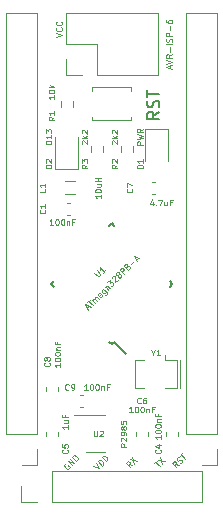
<source format=gbr>
%TF.GenerationSoftware,KiCad,Pcbnew,(6.0.7)*%
%TF.CreationDate,2023-07-03T12:47:38-04:00*%
%TF.ProjectId,atmega328pb_v2_breakout,61746d65-6761-4333-9238-70625f76325f,rev?*%
%TF.SameCoordinates,Original*%
%TF.FileFunction,Legend,Top*%
%TF.FilePolarity,Positive*%
%FSLAX46Y46*%
G04 Gerber Fmt 4.6, Leading zero omitted, Abs format (unit mm)*
G04 Created by KiCad (PCBNEW (6.0.7)) date 2023-07-03 12:47:38*
%MOMM*%
%LPD*%
G01*
G04 APERTURE LIST*
%ADD10C,0.070000*%
%ADD11C,0.150000*%
%ADD12C,0.120000*%
G04 APERTURE END LIST*
D10*
X106652190Y-83633333D02*
X106152190Y-83633333D01*
X106152190Y-83442857D01*
X106176000Y-83395238D01*
X106199809Y-83371428D01*
X106247428Y-83347619D01*
X106318857Y-83347619D01*
X106366476Y-83371428D01*
X106390285Y-83395238D01*
X106414095Y-83442857D01*
X106414095Y-83633333D01*
X106199809Y-83157142D02*
X106176000Y-83133333D01*
X106152190Y-83085714D01*
X106152190Y-82966666D01*
X106176000Y-82919047D01*
X106199809Y-82895238D01*
X106247428Y-82871428D01*
X106295047Y-82871428D01*
X106366476Y-82895238D01*
X106652190Y-83180952D01*
X106652190Y-82871428D01*
X106652190Y-82633333D02*
X106652190Y-82538095D01*
X106628380Y-82490476D01*
X106604571Y-82466666D01*
X106533142Y-82419047D01*
X106437904Y-82395238D01*
X106247428Y-82395238D01*
X106199809Y-82419047D01*
X106176000Y-82442857D01*
X106152190Y-82490476D01*
X106152190Y-82585714D01*
X106176000Y-82633333D01*
X106199809Y-82657142D01*
X106247428Y-82680952D01*
X106366476Y-82680952D01*
X106414095Y-82657142D01*
X106437904Y-82633333D01*
X106461714Y-82585714D01*
X106461714Y-82490476D01*
X106437904Y-82442857D01*
X106414095Y-82419047D01*
X106366476Y-82395238D01*
X106366476Y-82109523D02*
X106342666Y-82157142D01*
X106318857Y-82180952D01*
X106271238Y-82204761D01*
X106247428Y-82204761D01*
X106199809Y-82180952D01*
X106176000Y-82157142D01*
X106152190Y-82109523D01*
X106152190Y-82014285D01*
X106176000Y-81966666D01*
X106199809Y-81942857D01*
X106247428Y-81919047D01*
X106271238Y-81919047D01*
X106318857Y-81942857D01*
X106342666Y-81966666D01*
X106366476Y-82014285D01*
X106366476Y-82109523D01*
X106390285Y-82157142D01*
X106414095Y-82180952D01*
X106461714Y-82204761D01*
X106556952Y-82204761D01*
X106604571Y-82180952D01*
X106628380Y-82157142D01*
X106652190Y-82109523D01*
X106652190Y-82014285D01*
X106628380Y-81966666D01*
X106604571Y-81942857D01*
X106556952Y-81919047D01*
X106461714Y-81919047D01*
X106414095Y-81942857D01*
X106390285Y-81966666D01*
X106366476Y-82014285D01*
X106152190Y-81466666D02*
X106152190Y-81704761D01*
X106390285Y-81728571D01*
X106366476Y-81704761D01*
X106342666Y-81657142D01*
X106342666Y-81538095D01*
X106366476Y-81490476D01*
X106390285Y-81466666D01*
X106437904Y-81442857D01*
X106556952Y-81442857D01*
X106604571Y-81466666D01*
X106628380Y-81490476D01*
X106652190Y-81538095D01*
X106652190Y-81657142D01*
X106628380Y-81704761D01*
X106604571Y-81728571D01*
X111091328Y-85189553D02*
X110805118Y-85139045D01*
X110889297Y-85391583D02*
X110535744Y-85038030D01*
X110670431Y-84903343D01*
X110720938Y-84886507D01*
X110754610Y-84886507D01*
X110805118Y-84903343D01*
X110855625Y-84953851D01*
X110872461Y-85004358D01*
X110872461Y-85038030D01*
X110855625Y-85088538D01*
X110720938Y-85223225D01*
X111209179Y-85038030D02*
X111276522Y-85004358D01*
X111360702Y-84920179D01*
X111377538Y-84869671D01*
X111377538Y-84836000D01*
X111360702Y-84785492D01*
X111327030Y-84751820D01*
X111276522Y-84734984D01*
X111242851Y-84734984D01*
X111192343Y-84751820D01*
X111108164Y-84802328D01*
X111057656Y-84819164D01*
X111023984Y-84819164D01*
X110973477Y-84802328D01*
X110939805Y-84768656D01*
X110922969Y-84718148D01*
X110922969Y-84684477D01*
X110939805Y-84633969D01*
X111023984Y-84549790D01*
X111091328Y-84516118D01*
X111175507Y-84398267D02*
X111377538Y-84196236D01*
X111630076Y-84650805D02*
X111276522Y-84297251D01*
X101534849Y-85055597D02*
X101484341Y-85072433D01*
X101433834Y-85122940D01*
X101400162Y-85190284D01*
X101400162Y-85257627D01*
X101416998Y-85308135D01*
X101467505Y-85392314D01*
X101518013Y-85442822D01*
X101602192Y-85493330D01*
X101652700Y-85510165D01*
X101720043Y-85510165D01*
X101787387Y-85476494D01*
X101821059Y-85442822D01*
X101854730Y-85375478D01*
X101854730Y-85341807D01*
X101736879Y-85223956D01*
X101669536Y-85291299D01*
X102039925Y-85223956D02*
X101686372Y-84870402D01*
X102241956Y-85021925D01*
X101888402Y-84668372D01*
X102410314Y-84853566D02*
X102056761Y-84500013D01*
X102140940Y-84415834D01*
X102208284Y-84382162D01*
X102275627Y-84382162D01*
X102326135Y-84398998D01*
X102410314Y-84449505D01*
X102460822Y-84500013D01*
X102511330Y-84584192D01*
X102528165Y-84634700D01*
X102528165Y-84702043D01*
X102494494Y-84769387D01*
X102410314Y-84853566D01*
D11*
X109418380Y-55284619D02*
X108942190Y-55617952D01*
X109418380Y-55856047D02*
X108418380Y-55856047D01*
X108418380Y-55475095D01*
X108466000Y-55379857D01*
X108513619Y-55332238D01*
X108608857Y-55284619D01*
X108751714Y-55284619D01*
X108846952Y-55332238D01*
X108894571Y-55379857D01*
X108942190Y-55475095D01*
X108942190Y-55856047D01*
X109370761Y-54903666D02*
X109418380Y-54760809D01*
X109418380Y-54522714D01*
X109370761Y-54427476D01*
X109323142Y-54379857D01*
X109227904Y-54332238D01*
X109132666Y-54332238D01*
X109037428Y-54379857D01*
X108989809Y-54427476D01*
X108942190Y-54522714D01*
X108894571Y-54713190D01*
X108846952Y-54808428D01*
X108799333Y-54856047D01*
X108704095Y-54903666D01*
X108608857Y-54903666D01*
X108513619Y-54856047D01*
X108466000Y-54808428D01*
X108418380Y-54713190D01*
X108418380Y-54475095D01*
X108466000Y-54332238D01*
X108418380Y-54046523D02*
X108418380Y-53475095D01*
X109418380Y-53760809D02*
X108418380Y-53760809D01*
D10*
X107162015Y-85181866D02*
X106875805Y-85131358D01*
X106959984Y-85383896D02*
X106606431Y-85030343D01*
X106741118Y-84895656D01*
X106791625Y-84878820D01*
X106825297Y-84878820D01*
X106875805Y-84895656D01*
X106926312Y-84946164D01*
X106943148Y-84996671D01*
X106943148Y-85030343D01*
X106926312Y-85080851D01*
X106791625Y-85215538D01*
X106926312Y-84710461D02*
X107515568Y-84828312D01*
X107162015Y-84474759D02*
X107279866Y-85064015D01*
X103855982Y-85240791D02*
X104327387Y-85476494D01*
X104091685Y-85005089D01*
X104563089Y-85240791D02*
X104209536Y-84887238D01*
X104293715Y-84803059D01*
X104361059Y-84769387D01*
X104428402Y-84769387D01*
X104478910Y-84786223D01*
X104563089Y-84836730D01*
X104613597Y-84887238D01*
X104664104Y-84971417D01*
X104680940Y-85021925D01*
X104680940Y-85089269D01*
X104647269Y-85156612D01*
X104563089Y-85240791D01*
X104916643Y-84887238D02*
X104563089Y-84533685D01*
X104647269Y-84449505D01*
X104714612Y-84415834D01*
X104781956Y-84415834D01*
X104832463Y-84432669D01*
X104916643Y-84483177D01*
X104967150Y-84533685D01*
X105017658Y-84617864D01*
X105034494Y-84668372D01*
X105034494Y-84735715D01*
X105000822Y-84803059D01*
X104916643Y-84887238D01*
X109011013Y-85038761D02*
X109213043Y-84836730D01*
X109465582Y-85291299D02*
X109112028Y-84937746D01*
X109297223Y-84752551D02*
X109886478Y-84870402D01*
X109532925Y-84516849D02*
X109650776Y-85106104D01*
X100691190Y-48926666D02*
X101191190Y-48760000D01*
X100691190Y-48593333D01*
X101143571Y-48140952D02*
X101167380Y-48164761D01*
X101191190Y-48236190D01*
X101191190Y-48283809D01*
X101167380Y-48355238D01*
X101119761Y-48402857D01*
X101072142Y-48426666D01*
X100976904Y-48450476D01*
X100905476Y-48450476D01*
X100810238Y-48426666D01*
X100762619Y-48402857D01*
X100715000Y-48355238D01*
X100691190Y-48283809D01*
X100691190Y-48236190D01*
X100715000Y-48164761D01*
X100738809Y-48140952D01*
X101143571Y-47640952D02*
X101167380Y-47664761D01*
X101191190Y-47736190D01*
X101191190Y-47783809D01*
X101167380Y-47855238D01*
X101119761Y-47902857D01*
X101072142Y-47926666D01*
X100976904Y-47950476D01*
X100905476Y-47950476D01*
X100810238Y-47926666D01*
X100762619Y-47902857D01*
X100715000Y-47855238D01*
X100691190Y-47783809D01*
X100691190Y-47736190D01*
X100715000Y-47664761D01*
X100738809Y-47640952D01*
%TO.C,Y1*%
X108911904Y-75680095D02*
X108911904Y-75918190D01*
X108745238Y-75418190D02*
X108911904Y-75680095D01*
X109078571Y-75418190D01*
X109507142Y-75918190D02*
X109221428Y-75918190D01*
X109364285Y-75918190D02*
X109364285Y-75418190D01*
X109316666Y-75489619D01*
X109269047Y-75537238D01*
X109221428Y-75561047D01*
%TO.C,U1*%
X103931013Y-68909761D02*
X104217223Y-69195971D01*
X104267730Y-69212807D01*
X104301402Y-69212807D01*
X104351910Y-69195971D01*
X104419253Y-69128627D01*
X104436089Y-69078120D01*
X104436089Y-69044448D01*
X104419253Y-68993940D01*
X104133043Y-68707730D01*
X104840150Y-68707730D02*
X104638120Y-68909761D01*
X104739135Y-68808746D02*
X104385582Y-68455192D01*
X104402417Y-68539372D01*
X104402417Y-68606715D01*
X104385582Y-68657223D01*
X103313933Y-71936916D02*
X103482292Y-71768557D01*
X103381276Y-72071603D02*
X103145574Y-71600199D01*
X103616979Y-71835901D01*
X103330769Y-71415004D02*
X103532799Y-71212974D01*
X103785337Y-71667542D02*
X103431784Y-71313989D01*
X104004204Y-71448676D02*
X103768502Y-71212974D01*
X103802173Y-71246645D02*
X103802173Y-71212974D01*
X103819009Y-71162466D01*
X103869517Y-71111958D01*
X103920024Y-71095122D01*
X103970532Y-71111958D01*
X104155727Y-71297153D01*
X103970532Y-71111958D02*
X103953696Y-71061451D01*
X103970532Y-71010943D01*
X104021040Y-70960435D01*
X104071547Y-70943599D01*
X104122055Y-70960435D01*
X104307250Y-71145630D01*
X104593460Y-70825748D02*
X104576624Y-70876256D01*
X104509280Y-70943599D01*
X104458773Y-70960435D01*
X104408265Y-70943599D01*
X104273578Y-70808912D01*
X104256742Y-70758405D01*
X104273578Y-70707897D01*
X104340921Y-70640554D01*
X104391429Y-70623718D01*
X104441937Y-70640554D01*
X104475608Y-70674225D01*
X104340921Y-70876256D01*
X104694475Y-70287000D02*
X104980685Y-70573210D01*
X104997521Y-70623718D01*
X104997521Y-70657390D01*
X104980685Y-70707897D01*
X104930177Y-70758405D01*
X104879669Y-70775241D01*
X104913341Y-70505867D02*
X104896505Y-70556374D01*
X104829162Y-70623718D01*
X104778654Y-70640554D01*
X104744982Y-70640554D01*
X104694475Y-70623718D01*
X104593460Y-70522703D01*
X104576624Y-70472195D01*
X104576624Y-70438523D01*
X104593460Y-70388016D01*
X104660803Y-70320672D01*
X104711311Y-70303836D01*
X105250059Y-70202821D02*
X105064864Y-70017626D01*
X105014356Y-70000790D01*
X104963849Y-70017626D01*
X104896505Y-70084970D01*
X104879669Y-70135477D01*
X105233223Y-70185985D02*
X105216387Y-70236493D01*
X105132208Y-70320672D01*
X105081700Y-70337508D01*
X105031192Y-70320672D01*
X104997521Y-70287000D01*
X104980685Y-70236493D01*
X104997521Y-70185985D01*
X105081700Y-70101806D01*
X105098536Y-70051298D01*
X105031192Y-69714581D02*
X105250059Y-69495714D01*
X105266895Y-69748252D01*
X105317402Y-69697745D01*
X105367910Y-69680909D01*
X105401582Y-69680909D01*
X105452089Y-69697745D01*
X105536269Y-69781924D01*
X105553104Y-69832432D01*
X105553104Y-69866103D01*
X105536269Y-69916611D01*
X105435253Y-70017626D01*
X105384746Y-70034462D01*
X105351074Y-70034462D01*
X105418417Y-69394699D02*
X105418417Y-69361027D01*
X105435253Y-69310520D01*
X105519433Y-69226340D01*
X105569940Y-69209504D01*
X105603612Y-69209504D01*
X105654120Y-69226340D01*
X105687791Y-69260012D01*
X105721463Y-69327355D01*
X105721463Y-69731416D01*
X105940330Y-69512550D01*
X105940330Y-69108489D02*
X105889822Y-69125325D01*
X105856150Y-69125325D01*
X105805643Y-69108489D01*
X105788807Y-69091653D01*
X105771971Y-69041146D01*
X105771971Y-69007474D01*
X105788807Y-68956966D01*
X105856150Y-68889623D01*
X105906658Y-68872787D01*
X105940330Y-68872787D01*
X105990837Y-68889623D01*
X106007673Y-68906459D01*
X106024509Y-68956966D01*
X106024509Y-68990638D01*
X106007673Y-69041146D01*
X105940330Y-69108489D01*
X105923494Y-69158997D01*
X105923494Y-69192668D01*
X105940330Y-69243176D01*
X106007673Y-69310520D01*
X106058181Y-69327355D01*
X106091852Y-69327355D01*
X106142360Y-69310520D01*
X106209704Y-69243176D01*
X106226539Y-69192668D01*
X106226539Y-69158997D01*
X106209704Y-69108489D01*
X106142360Y-69041146D01*
X106091852Y-69024310D01*
X106058181Y-69024310D01*
X106007673Y-69041146D01*
X106428570Y-69024310D02*
X106075017Y-68670756D01*
X106209704Y-68536069D01*
X106260211Y-68519233D01*
X106293883Y-68519233D01*
X106344391Y-68536069D01*
X106394898Y-68586577D01*
X106411734Y-68637085D01*
X106411734Y-68670756D01*
X106394898Y-68721264D01*
X106260211Y-68855951D01*
X106714780Y-68367711D02*
X106782123Y-68334039D01*
X106815795Y-68334039D01*
X106866303Y-68350875D01*
X106916810Y-68401382D01*
X106933646Y-68451890D01*
X106933646Y-68485562D01*
X106916810Y-68536069D01*
X106782123Y-68670756D01*
X106428570Y-68317203D01*
X106546421Y-68199352D01*
X106596929Y-68182516D01*
X106630600Y-68182516D01*
X106681108Y-68199352D01*
X106714780Y-68233023D01*
X106731616Y-68283531D01*
X106731616Y-68317203D01*
X106714780Y-68367711D01*
X106596929Y-68485562D01*
X107000990Y-68182516D02*
X107270364Y-67913142D01*
X107455558Y-67795291D02*
X107623917Y-67626932D01*
X107522902Y-67929978D02*
X107287200Y-67458573D01*
X107758604Y-67694275D01*
%TO.C,D2*%
X100302190Y-60059047D02*
X99802190Y-60059047D01*
X99802190Y-59940000D01*
X99826000Y-59868571D01*
X99873619Y-59820952D01*
X99921238Y-59797142D01*
X100016476Y-59773333D01*
X100087904Y-59773333D01*
X100183142Y-59797142D01*
X100230761Y-59820952D01*
X100278380Y-59868571D01*
X100302190Y-59940000D01*
X100302190Y-60059047D01*
X99849809Y-59582857D02*
X99826000Y-59559047D01*
X99802190Y-59511428D01*
X99802190Y-59392380D01*
X99826000Y-59344761D01*
X99849809Y-59320952D01*
X99897428Y-59297142D01*
X99945047Y-59297142D01*
X100016476Y-59320952D01*
X100302190Y-59606666D01*
X100302190Y-59297142D01*
X100302190Y-58011142D02*
X99802190Y-58011142D01*
X99802190Y-57892095D01*
X99826000Y-57820666D01*
X99873619Y-57773047D01*
X99921238Y-57749238D01*
X100016476Y-57725428D01*
X100087904Y-57725428D01*
X100183142Y-57749238D01*
X100230761Y-57773047D01*
X100278380Y-57820666D01*
X100302190Y-57892095D01*
X100302190Y-58011142D01*
X100302190Y-57249238D02*
X100302190Y-57534952D01*
X100302190Y-57392095D02*
X99802190Y-57392095D01*
X99873619Y-57439714D01*
X99921238Y-57487333D01*
X99945047Y-57534952D01*
X99802190Y-57082571D02*
X99802190Y-56773047D01*
X99992666Y-56939714D01*
X99992666Y-56868285D01*
X100016476Y-56820666D01*
X100040285Y-56796857D01*
X100087904Y-56773047D01*
X100206952Y-56773047D01*
X100254571Y-56796857D01*
X100278380Y-56820666D01*
X100302190Y-56868285D01*
X100302190Y-57011142D01*
X100278380Y-57058761D01*
X100254571Y-57082571D01*
%TO.C,U2*%
X103886047Y-82276190D02*
X103886047Y-82680952D01*
X103909857Y-82728571D01*
X103933666Y-82752380D01*
X103981285Y-82776190D01*
X104076523Y-82776190D01*
X104124142Y-82752380D01*
X104147952Y-82728571D01*
X104171761Y-82680952D01*
X104171761Y-82276190D01*
X104386047Y-82323809D02*
X104409857Y-82300000D01*
X104457476Y-82276190D01*
X104576523Y-82276190D01*
X104624142Y-82300000D01*
X104647952Y-82323809D01*
X104671761Y-82371428D01*
X104671761Y-82419047D01*
X104647952Y-82490476D01*
X104362238Y-82776190D01*
X104671761Y-82776190D01*
%TO.C,J1*%
X110378333Y-51582619D02*
X110378333Y-51344523D01*
X110521190Y-51630238D02*
X110021190Y-51463571D01*
X110521190Y-51296904D01*
X110021190Y-51201666D02*
X110521190Y-51035000D01*
X110021190Y-50868333D01*
X110521190Y-50415952D02*
X110283095Y-50582619D01*
X110521190Y-50701666D02*
X110021190Y-50701666D01*
X110021190Y-50511190D01*
X110045000Y-50463571D01*
X110068809Y-50439761D01*
X110116428Y-50415952D01*
X110187857Y-50415952D01*
X110235476Y-50439761D01*
X110259285Y-50463571D01*
X110283095Y-50511190D01*
X110283095Y-50701666D01*
X110330714Y-50201666D02*
X110330714Y-49820714D01*
X110521190Y-49582619D02*
X110021190Y-49582619D01*
X110497380Y-49368333D02*
X110521190Y-49296904D01*
X110521190Y-49177857D01*
X110497380Y-49130238D01*
X110473571Y-49106428D01*
X110425952Y-49082619D01*
X110378333Y-49082619D01*
X110330714Y-49106428D01*
X110306904Y-49130238D01*
X110283095Y-49177857D01*
X110259285Y-49273095D01*
X110235476Y-49320714D01*
X110211666Y-49344523D01*
X110164047Y-49368333D01*
X110116428Y-49368333D01*
X110068809Y-49344523D01*
X110045000Y-49320714D01*
X110021190Y-49273095D01*
X110021190Y-49154047D01*
X110045000Y-49082619D01*
X110521190Y-48868333D02*
X110021190Y-48868333D01*
X110021190Y-48677857D01*
X110045000Y-48630238D01*
X110068809Y-48606428D01*
X110116428Y-48582619D01*
X110187857Y-48582619D01*
X110235476Y-48606428D01*
X110259285Y-48630238D01*
X110283095Y-48677857D01*
X110283095Y-48868333D01*
X110330714Y-48368333D02*
X110330714Y-47987380D01*
X110021190Y-47535000D02*
X110021190Y-47630238D01*
X110045000Y-47677857D01*
X110068809Y-47701666D01*
X110140238Y-47749285D01*
X110235476Y-47773095D01*
X110425952Y-47773095D01*
X110473571Y-47749285D01*
X110497380Y-47725476D01*
X110521190Y-47677857D01*
X110521190Y-47582619D01*
X110497380Y-47535000D01*
X110473571Y-47511190D01*
X110425952Y-47487380D01*
X110306904Y-47487380D01*
X110259285Y-47511190D01*
X110235476Y-47535000D01*
X110211666Y-47582619D01*
X110211666Y-47677857D01*
X110235476Y-47725476D01*
X110259285Y-47749285D01*
X110306904Y-47773095D01*
%TO.C,D1*%
X108049190Y-60059047D02*
X107549190Y-60059047D01*
X107549190Y-59940000D01*
X107573000Y-59868571D01*
X107620619Y-59820952D01*
X107668238Y-59797142D01*
X107763476Y-59773333D01*
X107834904Y-59773333D01*
X107930142Y-59797142D01*
X107977761Y-59820952D01*
X108025380Y-59868571D01*
X108049190Y-59940000D01*
X108049190Y-60059047D01*
X108049190Y-59297142D02*
X108049190Y-59582857D01*
X108049190Y-59440000D02*
X107549190Y-59440000D01*
X107620619Y-59487619D01*
X107668238Y-59535238D01*
X107692047Y-59582857D01*
X108049190Y-58070666D02*
X107549190Y-58070666D01*
X107549190Y-57880190D01*
X107573000Y-57832571D01*
X107596809Y-57808761D01*
X107644428Y-57784952D01*
X107715857Y-57784952D01*
X107763476Y-57808761D01*
X107787285Y-57832571D01*
X107811095Y-57880190D01*
X107811095Y-58070666D01*
X107549190Y-57618285D02*
X108049190Y-57499238D01*
X107692047Y-57404000D01*
X108049190Y-57308761D01*
X107549190Y-57189714D01*
X108049190Y-56713523D02*
X107811095Y-56880190D01*
X108049190Y-56999238D02*
X107549190Y-56999238D01*
X107549190Y-56808761D01*
X107573000Y-56761142D01*
X107596809Y-56737333D01*
X107644428Y-56713523D01*
X107715857Y-56713523D01*
X107763476Y-56737333D01*
X107787285Y-56761142D01*
X107811095Y-56808761D01*
X107811095Y-56999238D01*
%TO.C,C7*%
X107112571Y-61805333D02*
X107136380Y-61829142D01*
X107160190Y-61900571D01*
X107160190Y-61948190D01*
X107136380Y-62019619D01*
X107088761Y-62067238D01*
X107041142Y-62091047D01*
X106945904Y-62114857D01*
X106874476Y-62114857D01*
X106779238Y-62091047D01*
X106731619Y-62067238D01*
X106684000Y-62019619D01*
X106660190Y-61948190D01*
X106660190Y-61900571D01*
X106684000Y-61829142D01*
X106707809Y-61805333D01*
X106660190Y-61638666D02*
X106660190Y-61305333D01*
X107160190Y-61519619D01*
X108898619Y-62884857D02*
X108898619Y-63218190D01*
X108779571Y-62694380D02*
X108660523Y-63051523D01*
X108970047Y-63051523D01*
X109160523Y-63170571D02*
X109184333Y-63194380D01*
X109160523Y-63218190D01*
X109136714Y-63194380D01*
X109160523Y-63170571D01*
X109160523Y-63218190D01*
X109351000Y-62718190D02*
X109684333Y-62718190D01*
X109470047Y-63218190D01*
X110089095Y-62884857D02*
X110089095Y-63218190D01*
X109874809Y-62884857D02*
X109874809Y-63146761D01*
X109898619Y-63194380D01*
X109946238Y-63218190D01*
X110017666Y-63218190D01*
X110065285Y-63194380D01*
X110089095Y-63170571D01*
X110493857Y-62956285D02*
X110327190Y-62956285D01*
X110327190Y-63218190D02*
X110327190Y-62718190D01*
X110565285Y-62718190D01*
%TO.C,R3*%
X103350190Y-59773333D02*
X103112095Y-59940000D01*
X103350190Y-60059047D02*
X102850190Y-60059047D01*
X102850190Y-59868571D01*
X102874000Y-59820952D01*
X102897809Y-59797142D01*
X102945428Y-59773333D01*
X103016857Y-59773333D01*
X103064476Y-59797142D01*
X103088285Y-59820952D01*
X103112095Y-59868571D01*
X103112095Y-60059047D01*
X102850190Y-59606666D02*
X102850190Y-59297142D01*
X103040666Y-59463809D01*
X103040666Y-59392380D01*
X103064476Y-59344761D01*
X103088285Y-59320952D01*
X103135904Y-59297142D01*
X103254952Y-59297142D01*
X103302571Y-59320952D01*
X103326380Y-59344761D01*
X103350190Y-59392380D01*
X103350190Y-59535238D01*
X103326380Y-59582857D01*
X103302571Y-59606666D01*
X102897809Y-57987333D02*
X102874000Y-57963523D01*
X102850190Y-57915904D01*
X102850190Y-57796857D01*
X102874000Y-57749238D01*
X102897809Y-57725428D01*
X102945428Y-57701619D01*
X102993047Y-57701619D01*
X103064476Y-57725428D01*
X103350190Y-58011142D01*
X103350190Y-57701619D01*
X103350190Y-57487333D02*
X102850190Y-57487333D01*
X103159714Y-57439714D02*
X103350190Y-57296857D01*
X103016857Y-57296857D02*
X103207333Y-57487333D01*
X102897809Y-57106380D02*
X102874000Y-57082571D01*
X102850190Y-57034952D01*
X102850190Y-56915904D01*
X102874000Y-56868285D01*
X102897809Y-56844476D01*
X102945428Y-56820666D01*
X102993047Y-56820666D01*
X103064476Y-56844476D01*
X103350190Y-57130190D01*
X103350190Y-56820666D01*
%TO.C,C6*%
X107866666Y-79934571D02*
X107842857Y-79958380D01*
X107771428Y-79982190D01*
X107723809Y-79982190D01*
X107652380Y-79958380D01*
X107604761Y-79910761D01*
X107580952Y-79863142D01*
X107557142Y-79767904D01*
X107557142Y-79696476D01*
X107580952Y-79601238D01*
X107604761Y-79553619D01*
X107652380Y-79506000D01*
X107723809Y-79482190D01*
X107771428Y-79482190D01*
X107842857Y-79506000D01*
X107866666Y-79529809D01*
X108295238Y-79482190D02*
X108200000Y-79482190D01*
X108152380Y-79506000D01*
X108128571Y-79529809D01*
X108080952Y-79601238D01*
X108057142Y-79696476D01*
X108057142Y-79886952D01*
X108080952Y-79934571D01*
X108104761Y-79958380D01*
X108152380Y-79982190D01*
X108247619Y-79982190D01*
X108295238Y-79958380D01*
X108319047Y-79934571D01*
X108342857Y-79886952D01*
X108342857Y-79767904D01*
X108319047Y-79720285D01*
X108295238Y-79696476D01*
X108247619Y-79672666D01*
X108152380Y-79672666D01*
X108104761Y-79696476D01*
X108080952Y-79720285D01*
X108057142Y-79767904D01*
X107176190Y-80744190D02*
X106890476Y-80744190D01*
X107033333Y-80744190D02*
X107033333Y-80244190D01*
X106985714Y-80315619D01*
X106938095Y-80363238D01*
X106890476Y-80387047D01*
X107485714Y-80244190D02*
X107533333Y-80244190D01*
X107580952Y-80268000D01*
X107604761Y-80291809D01*
X107628571Y-80339428D01*
X107652380Y-80434666D01*
X107652380Y-80553714D01*
X107628571Y-80648952D01*
X107604761Y-80696571D01*
X107580952Y-80720380D01*
X107533333Y-80744190D01*
X107485714Y-80744190D01*
X107438095Y-80720380D01*
X107414285Y-80696571D01*
X107390476Y-80648952D01*
X107366666Y-80553714D01*
X107366666Y-80434666D01*
X107390476Y-80339428D01*
X107414285Y-80291809D01*
X107438095Y-80268000D01*
X107485714Y-80244190D01*
X107961904Y-80244190D02*
X108009523Y-80244190D01*
X108057142Y-80268000D01*
X108080952Y-80291809D01*
X108104761Y-80339428D01*
X108128571Y-80434666D01*
X108128571Y-80553714D01*
X108104761Y-80648952D01*
X108080952Y-80696571D01*
X108057142Y-80720380D01*
X108009523Y-80744190D01*
X107961904Y-80744190D01*
X107914285Y-80720380D01*
X107890476Y-80696571D01*
X107866666Y-80648952D01*
X107842857Y-80553714D01*
X107842857Y-80434666D01*
X107866666Y-80339428D01*
X107890476Y-80291809D01*
X107914285Y-80268000D01*
X107961904Y-80244190D01*
X108342857Y-80410857D02*
X108342857Y-80744190D01*
X108342857Y-80458476D02*
X108366666Y-80434666D01*
X108414285Y-80410857D01*
X108485714Y-80410857D01*
X108533333Y-80434666D01*
X108557142Y-80482285D01*
X108557142Y-80744190D01*
X108961904Y-80482285D02*
X108795238Y-80482285D01*
X108795238Y-80744190D02*
X108795238Y-80244190D01*
X109033333Y-80244190D01*
%TO.C,C8*%
X100127571Y-76537333D02*
X100151380Y-76561142D01*
X100175190Y-76632571D01*
X100175190Y-76680190D01*
X100151380Y-76751619D01*
X100103761Y-76799238D01*
X100056142Y-76823047D01*
X99960904Y-76846857D01*
X99889476Y-76846857D01*
X99794238Y-76823047D01*
X99746619Y-76799238D01*
X99699000Y-76751619D01*
X99675190Y-76680190D01*
X99675190Y-76632571D01*
X99699000Y-76561142D01*
X99722809Y-76537333D01*
X99889476Y-76251619D02*
X99865666Y-76299238D01*
X99841857Y-76323047D01*
X99794238Y-76346857D01*
X99770428Y-76346857D01*
X99722809Y-76323047D01*
X99699000Y-76299238D01*
X99675190Y-76251619D01*
X99675190Y-76156380D01*
X99699000Y-76108761D01*
X99722809Y-76084952D01*
X99770428Y-76061142D01*
X99794238Y-76061142D01*
X99841857Y-76084952D01*
X99865666Y-76108761D01*
X99889476Y-76156380D01*
X99889476Y-76251619D01*
X99913285Y-76299238D01*
X99937095Y-76323047D01*
X99984714Y-76346857D01*
X100079952Y-76346857D01*
X100127571Y-76323047D01*
X100151380Y-76299238D01*
X100175190Y-76251619D01*
X100175190Y-76156380D01*
X100151380Y-76108761D01*
X100127571Y-76084952D01*
X100079952Y-76061142D01*
X99984714Y-76061142D01*
X99937095Y-76084952D01*
X99913285Y-76108761D01*
X99889476Y-76156380D01*
X101064190Y-76592809D02*
X101064190Y-76878523D01*
X101064190Y-76735666D02*
X100564190Y-76735666D01*
X100635619Y-76783285D01*
X100683238Y-76830904D01*
X100707047Y-76878523D01*
X100564190Y-76283285D02*
X100564190Y-76235666D01*
X100588000Y-76188047D01*
X100611809Y-76164238D01*
X100659428Y-76140428D01*
X100754666Y-76116619D01*
X100873714Y-76116619D01*
X100968952Y-76140428D01*
X101016571Y-76164238D01*
X101040380Y-76188047D01*
X101064190Y-76235666D01*
X101064190Y-76283285D01*
X101040380Y-76330904D01*
X101016571Y-76354714D01*
X100968952Y-76378523D01*
X100873714Y-76402333D01*
X100754666Y-76402333D01*
X100659428Y-76378523D01*
X100611809Y-76354714D01*
X100588000Y-76330904D01*
X100564190Y-76283285D01*
X100564190Y-75807095D02*
X100564190Y-75759476D01*
X100588000Y-75711857D01*
X100611809Y-75688047D01*
X100659428Y-75664238D01*
X100754666Y-75640428D01*
X100873714Y-75640428D01*
X100968952Y-75664238D01*
X101016571Y-75688047D01*
X101040380Y-75711857D01*
X101064190Y-75759476D01*
X101064190Y-75807095D01*
X101040380Y-75854714D01*
X101016571Y-75878523D01*
X100968952Y-75902333D01*
X100873714Y-75926142D01*
X100754666Y-75926142D01*
X100659428Y-75902333D01*
X100611809Y-75878523D01*
X100588000Y-75854714D01*
X100564190Y-75807095D01*
X100730857Y-75426142D02*
X101064190Y-75426142D01*
X100778476Y-75426142D02*
X100754666Y-75402333D01*
X100730857Y-75354714D01*
X100730857Y-75283285D01*
X100754666Y-75235666D01*
X100802285Y-75211857D01*
X101064190Y-75211857D01*
X100802285Y-74807095D02*
X100802285Y-74973761D01*
X101064190Y-74973761D02*
X100564190Y-74973761D01*
X100564190Y-74735666D01*
%TO.C,R2*%
X105890190Y-59773333D02*
X105652095Y-59940000D01*
X105890190Y-60059047D02*
X105390190Y-60059047D01*
X105390190Y-59868571D01*
X105414000Y-59820952D01*
X105437809Y-59797142D01*
X105485428Y-59773333D01*
X105556857Y-59773333D01*
X105604476Y-59797142D01*
X105628285Y-59820952D01*
X105652095Y-59868571D01*
X105652095Y-60059047D01*
X105437809Y-59582857D02*
X105414000Y-59559047D01*
X105390190Y-59511428D01*
X105390190Y-59392380D01*
X105414000Y-59344761D01*
X105437809Y-59320952D01*
X105485428Y-59297142D01*
X105533047Y-59297142D01*
X105604476Y-59320952D01*
X105890190Y-59606666D01*
X105890190Y-59297142D01*
X105437809Y-57987333D02*
X105414000Y-57963523D01*
X105390190Y-57915904D01*
X105390190Y-57796857D01*
X105414000Y-57749238D01*
X105437809Y-57725428D01*
X105485428Y-57701619D01*
X105533047Y-57701619D01*
X105604476Y-57725428D01*
X105890190Y-58011142D01*
X105890190Y-57701619D01*
X105890190Y-57487333D02*
X105390190Y-57487333D01*
X105699714Y-57439714D02*
X105890190Y-57296857D01*
X105556857Y-57296857D02*
X105747333Y-57487333D01*
X105437809Y-57106380D02*
X105414000Y-57082571D01*
X105390190Y-57034952D01*
X105390190Y-56915904D01*
X105414000Y-56868285D01*
X105437809Y-56844476D01*
X105485428Y-56820666D01*
X105533047Y-56820666D01*
X105604476Y-56844476D01*
X105890190Y-57130190D01*
X105890190Y-56820666D01*
%TO.C,L1*%
X99794190Y-61805333D02*
X99794190Y-62043428D01*
X99294190Y-62043428D01*
X99794190Y-61376761D02*
X99794190Y-61662476D01*
X99794190Y-61519619D02*
X99294190Y-61519619D01*
X99365619Y-61567238D01*
X99413238Y-61614857D01*
X99437047Y-61662476D01*
X104493190Y-62305333D02*
X104493190Y-62591047D01*
X104493190Y-62448190D02*
X103993190Y-62448190D01*
X104064619Y-62495809D01*
X104112238Y-62543428D01*
X104136047Y-62591047D01*
X103993190Y-61995809D02*
X103993190Y-61948190D01*
X104017000Y-61900571D01*
X104040809Y-61876761D01*
X104088428Y-61852952D01*
X104183666Y-61829142D01*
X104302714Y-61829142D01*
X104397952Y-61852952D01*
X104445571Y-61876761D01*
X104469380Y-61900571D01*
X104493190Y-61948190D01*
X104493190Y-61995809D01*
X104469380Y-62043428D01*
X104445571Y-62067238D01*
X104397952Y-62091047D01*
X104302714Y-62114857D01*
X104183666Y-62114857D01*
X104088428Y-62091047D01*
X104040809Y-62067238D01*
X104017000Y-62043428D01*
X103993190Y-61995809D01*
X104159857Y-61400571D02*
X104493190Y-61400571D01*
X104159857Y-61614857D02*
X104421761Y-61614857D01*
X104469380Y-61591047D01*
X104493190Y-61543428D01*
X104493190Y-61472000D01*
X104469380Y-61424380D01*
X104445571Y-61400571D01*
X104493190Y-61162476D02*
X103993190Y-61162476D01*
X104231285Y-61162476D02*
X104231285Y-60876761D01*
X104493190Y-60876761D02*
X103993190Y-60876761D01*
%TO.C,C9*%
X101770666Y-78791571D02*
X101746857Y-78815380D01*
X101675428Y-78839190D01*
X101627809Y-78839190D01*
X101556380Y-78815380D01*
X101508761Y-78767761D01*
X101484952Y-78720142D01*
X101461142Y-78624904D01*
X101461142Y-78553476D01*
X101484952Y-78458238D01*
X101508761Y-78410619D01*
X101556380Y-78363000D01*
X101627809Y-78339190D01*
X101675428Y-78339190D01*
X101746857Y-78363000D01*
X101770666Y-78386809D01*
X102008761Y-78839190D02*
X102104000Y-78839190D01*
X102151619Y-78815380D01*
X102175428Y-78791571D01*
X102223047Y-78720142D01*
X102246857Y-78624904D01*
X102246857Y-78434428D01*
X102223047Y-78386809D01*
X102199238Y-78363000D01*
X102151619Y-78339190D01*
X102056380Y-78339190D01*
X102008761Y-78363000D01*
X101984952Y-78386809D01*
X101961142Y-78434428D01*
X101961142Y-78553476D01*
X101984952Y-78601095D01*
X102008761Y-78624904D01*
X102056380Y-78648714D01*
X102151619Y-78648714D01*
X102199238Y-78624904D01*
X102223047Y-78601095D01*
X102246857Y-78553476D01*
X103366190Y-78839190D02*
X103080476Y-78839190D01*
X103223333Y-78839190D02*
X103223333Y-78339190D01*
X103175714Y-78410619D01*
X103128095Y-78458238D01*
X103080476Y-78482047D01*
X103675714Y-78339190D02*
X103723333Y-78339190D01*
X103770952Y-78363000D01*
X103794761Y-78386809D01*
X103818571Y-78434428D01*
X103842380Y-78529666D01*
X103842380Y-78648714D01*
X103818571Y-78743952D01*
X103794761Y-78791571D01*
X103770952Y-78815380D01*
X103723333Y-78839190D01*
X103675714Y-78839190D01*
X103628095Y-78815380D01*
X103604285Y-78791571D01*
X103580476Y-78743952D01*
X103556666Y-78648714D01*
X103556666Y-78529666D01*
X103580476Y-78434428D01*
X103604285Y-78386809D01*
X103628095Y-78363000D01*
X103675714Y-78339190D01*
X104151904Y-78339190D02*
X104199523Y-78339190D01*
X104247142Y-78363000D01*
X104270952Y-78386809D01*
X104294761Y-78434428D01*
X104318571Y-78529666D01*
X104318571Y-78648714D01*
X104294761Y-78743952D01*
X104270952Y-78791571D01*
X104247142Y-78815380D01*
X104199523Y-78839190D01*
X104151904Y-78839190D01*
X104104285Y-78815380D01*
X104080476Y-78791571D01*
X104056666Y-78743952D01*
X104032857Y-78648714D01*
X104032857Y-78529666D01*
X104056666Y-78434428D01*
X104080476Y-78386809D01*
X104104285Y-78363000D01*
X104151904Y-78339190D01*
X104532857Y-78505857D02*
X104532857Y-78839190D01*
X104532857Y-78553476D02*
X104556666Y-78529666D01*
X104604285Y-78505857D01*
X104675714Y-78505857D01*
X104723333Y-78529666D01*
X104747142Y-78577285D01*
X104747142Y-78839190D01*
X105151904Y-78577285D02*
X104985238Y-78577285D01*
X104985238Y-78839190D02*
X104985238Y-78339190D01*
X105223333Y-78339190D01*
%TO.C,C5*%
X101651571Y-83903333D02*
X101675380Y-83927142D01*
X101699190Y-83998571D01*
X101699190Y-84046190D01*
X101675380Y-84117619D01*
X101627761Y-84165238D01*
X101580142Y-84189047D01*
X101484904Y-84212857D01*
X101413476Y-84212857D01*
X101318238Y-84189047D01*
X101270619Y-84165238D01*
X101223000Y-84117619D01*
X101199190Y-84046190D01*
X101199190Y-83998571D01*
X101223000Y-83927142D01*
X101246809Y-83903333D01*
X101199190Y-83450952D02*
X101199190Y-83689047D01*
X101437285Y-83712857D01*
X101413476Y-83689047D01*
X101389666Y-83641428D01*
X101389666Y-83522380D01*
X101413476Y-83474761D01*
X101437285Y-83450952D01*
X101484904Y-83427142D01*
X101603952Y-83427142D01*
X101651571Y-83450952D01*
X101675380Y-83474761D01*
X101699190Y-83522380D01*
X101699190Y-83641428D01*
X101675380Y-83689047D01*
X101651571Y-83712857D01*
X101699190Y-81831619D02*
X101699190Y-82117333D01*
X101699190Y-81974476D02*
X101199190Y-81974476D01*
X101270619Y-82022095D01*
X101318238Y-82069714D01*
X101342047Y-82117333D01*
X101365857Y-81403047D02*
X101699190Y-81403047D01*
X101365857Y-81617333D02*
X101627761Y-81617333D01*
X101675380Y-81593523D01*
X101699190Y-81545904D01*
X101699190Y-81474476D01*
X101675380Y-81426857D01*
X101651571Y-81403047D01*
X101437285Y-80998285D02*
X101437285Y-81164952D01*
X101699190Y-81164952D02*
X101199190Y-81164952D01*
X101199190Y-80926857D01*
%TO.C,C4*%
X109525571Y-83903333D02*
X109549380Y-83927142D01*
X109573190Y-83998571D01*
X109573190Y-84046190D01*
X109549380Y-84117619D01*
X109501761Y-84165238D01*
X109454142Y-84189047D01*
X109358904Y-84212857D01*
X109287476Y-84212857D01*
X109192238Y-84189047D01*
X109144619Y-84165238D01*
X109097000Y-84117619D01*
X109073190Y-84046190D01*
X109073190Y-83998571D01*
X109097000Y-83927142D01*
X109120809Y-83903333D01*
X109239857Y-83474761D02*
X109573190Y-83474761D01*
X109049380Y-83593809D02*
X109406523Y-83712857D01*
X109406523Y-83403333D01*
X109573190Y-82688809D02*
X109573190Y-82974523D01*
X109573190Y-82831666D02*
X109073190Y-82831666D01*
X109144619Y-82879285D01*
X109192238Y-82926904D01*
X109216047Y-82974523D01*
X109073190Y-82379285D02*
X109073190Y-82331666D01*
X109097000Y-82284047D01*
X109120809Y-82260238D01*
X109168428Y-82236428D01*
X109263666Y-82212619D01*
X109382714Y-82212619D01*
X109477952Y-82236428D01*
X109525571Y-82260238D01*
X109549380Y-82284047D01*
X109573190Y-82331666D01*
X109573190Y-82379285D01*
X109549380Y-82426904D01*
X109525571Y-82450714D01*
X109477952Y-82474523D01*
X109382714Y-82498333D01*
X109263666Y-82498333D01*
X109168428Y-82474523D01*
X109120809Y-82450714D01*
X109097000Y-82426904D01*
X109073190Y-82379285D01*
X109073190Y-81903095D02*
X109073190Y-81855476D01*
X109097000Y-81807857D01*
X109120809Y-81784047D01*
X109168428Y-81760238D01*
X109263666Y-81736428D01*
X109382714Y-81736428D01*
X109477952Y-81760238D01*
X109525571Y-81784047D01*
X109549380Y-81807857D01*
X109573190Y-81855476D01*
X109573190Y-81903095D01*
X109549380Y-81950714D01*
X109525571Y-81974523D01*
X109477952Y-81998333D01*
X109382714Y-82022142D01*
X109263666Y-82022142D01*
X109168428Y-81998333D01*
X109120809Y-81974523D01*
X109097000Y-81950714D01*
X109073190Y-81903095D01*
X109239857Y-81522142D02*
X109573190Y-81522142D01*
X109287476Y-81522142D02*
X109263666Y-81498333D01*
X109239857Y-81450714D01*
X109239857Y-81379285D01*
X109263666Y-81331666D01*
X109311285Y-81307857D01*
X109573190Y-81307857D01*
X109311285Y-80903095D02*
X109311285Y-81069761D01*
X109573190Y-81069761D02*
X109073190Y-81069761D01*
X109073190Y-80831666D01*
%TO.C,R1*%
X100556190Y-55709333D02*
X100318095Y-55876000D01*
X100556190Y-55995047D02*
X100056190Y-55995047D01*
X100056190Y-55804571D01*
X100080000Y-55756952D01*
X100103809Y-55733142D01*
X100151428Y-55709333D01*
X100222857Y-55709333D01*
X100270476Y-55733142D01*
X100294285Y-55756952D01*
X100318095Y-55804571D01*
X100318095Y-55995047D01*
X100556190Y-55233142D02*
X100556190Y-55518857D01*
X100556190Y-55376000D02*
X100056190Y-55376000D01*
X100127619Y-55423619D01*
X100175238Y-55471238D01*
X100199047Y-55518857D01*
X100556190Y-53891619D02*
X100556190Y-54177333D01*
X100556190Y-54034476D02*
X100056190Y-54034476D01*
X100127619Y-54082095D01*
X100175238Y-54129714D01*
X100199047Y-54177333D01*
X100056190Y-53582095D02*
X100056190Y-53534476D01*
X100080000Y-53486857D01*
X100103809Y-53463047D01*
X100151428Y-53439238D01*
X100246666Y-53415428D01*
X100365714Y-53415428D01*
X100460952Y-53439238D01*
X100508571Y-53463047D01*
X100532380Y-53486857D01*
X100556190Y-53534476D01*
X100556190Y-53582095D01*
X100532380Y-53629714D01*
X100508571Y-53653523D01*
X100460952Y-53677333D01*
X100365714Y-53701142D01*
X100246666Y-53701142D01*
X100151428Y-53677333D01*
X100103809Y-53653523D01*
X100080000Y-53629714D01*
X100056190Y-53582095D01*
X100556190Y-53201142D02*
X100056190Y-53201142D01*
X100365714Y-53153523D02*
X100556190Y-53010666D01*
X100222857Y-53010666D02*
X100413333Y-53201142D01*
%TO.C,C1*%
X99746571Y-63583333D02*
X99770380Y-63607142D01*
X99794190Y-63678571D01*
X99794190Y-63726190D01*
X99770380Y-63797619D01*
X99722761Y-63845238D01*
X99675142Y-63869047D01*
X99579904Y-63892857D01*
X99508476Y-63892857D01*
X99413238Y-63869047D01*
X99365619Y-63845238D01*
X99318000Y-63797619D01*
X99294190Y-63726190D01*
X99294190Y-63678571D01*
X99318000Y-63607142D01*
X99341809Y-63583333D01*
X99794190Y-63107142D02*
X99794190Y-63392857D01*
X99794190Y-63250000D02*
X99294190Y-63250000D01*
X99365619Y-63297619D01*
X99413238Y-63345238D01*
X99437047Y-63392857D01*
X100445190Y-64869190D02*
X100159476Y-64869190D01*
X100302333Y-64869190D02*
X100302333Y-64369190D01*
X100254714Y-64440619D01*
X100207095Y-64488238D01*
X100159476Y-64512047D01*
X100754714Y-64369190D02*
X100802333Y-64369190D01*
X100849952Y-64393000D01*
X100873761Y-64416809D01*
X100897571Y-64464428D01*
X100921380Y-64559666D01*
X100921380Y-64678714D01*
X100897571Y-64773952D01*
X100873761Y-64821571D01*
X100849952Y-64845380D01*
X100802333Y-64869190D01*
X100754714Y-64869190D01*
X100707095Y-64845380D01*
X100683285Y-64821571D01*
X100659476Y-64773952D01*
X100635666Y-64678714D01*
X100635666Y-64559666D01*
X100659476Y-64464428D01*
X100683285Y-64416809D01*
X100707095Y-64393000D01*
X100754714Y-64369190D01*
X101230904Y-64369190D02*
X101278523Y-64369190D01*
X101326142Y-64393000D01*
X101349952Y-64416809D01*
X101373761Y-64464428D01*
X101397571Y-64559666D01*
X101397571Y-64678714D01*
X101373761Y-64773952D01*
X101349952Y-64821571D01*
X101326142Y-64845380D01*
X101278523Y-64869190D01*
X101230904Y-64869190D01*
X101183285Y-64845380D01*
X101159476Y-64821571D01*
X101135666Y-64773952D01*
X101111857Y-64678714D01*
X101111857Y-64559666D01*
X101135666Y-64464428D01*
X101159476Y-64416809D01*
X101183285Y-64393000D01*
X101230904Y-64369190D01*
X101611857Y-64535857D02*
X101611857Y-64869190D01*
X101611857Y-64583476D02*
X101635666Y-64559666D01*
X101683285Y-64535857D01*
X101754714Y-64535857D01*
X101802333Y-64559666D01*
X101826142Y-64607285D01*
X101826142Y-64869190D01*
X102230904Y-64607285D02*
X102064238Y-64607285D01*
X102064238Y-64869190D02*
X102064238Y-64369190D01*
X102302333Y-64369190D01*
D12*
%TO.C,Y1*%
X111150000Y-76670000D02*
X111150000Y-76270000D01*
X111150000Y-78670000D02*
X111150000Y-76670000D01*
X110950000Y-76670000D02*
X110950000Y-76270000D01*
X110950000Y-76670000D02*
X110950000Y-78670000D01*
X110950000Y-78670000D02*
X109950000Y-78670000D01*
X109950000Y-76270000D02*
X109950000Y-75870000D01*
X109950000Y-76270000D02*
X110950000Y-76270000D01*
X107350000Y-76270000D02*
X108150000Y-76270000D01*
X108150000Y-78670000D02*
X107350000Y-78670000D01*
X107350000Y-76670000D02*
X107350000Y-76270000D01*
X107350000Y-78670000D02*
X107350000Y-76670000D01*
D11*
%TO.C,U1*%
X105569099Y-74817425D02*
X106576726Y-75825052D01*
X110536524Y-69850000D02*
X110306714Y-69620190D01*
X105410000Y-64723476D02*
X105180190Y-64953286D01*
X100283476Y-69850000D02*
X100513286Y-69620190D01*
X105410000Y-74976524D02*
X105569099Y-74817425D01*
X100283476Y-69850000D02*
X100513286Y-70079810D01*
X110536524Y-69850000D02*
X110306714Y-70079810D01*
X105410000Y-64723476D02*
X105639810Y-64953286D01*
X105410000Y-74976524D02*
X105180190Y-74746714D01*
D12*
%TO.C,D2*%
X100640000Y-57420000D02*
X100640000Y-60105000D01*
X100640000Y-60105000D02*
X102560000Y-60105000D01*
X102560000Y-60105000D02*
X102560000Y-57420000D01*
%TO.C,SW1*%
X103760000Y-55710000D02*
X103760000Y-56010000D01*
X107060000Y-53210000D02*
X107060000Y-53510000D01*
X103760000Y-53210000D02*
X107060000Y-53210000D01*
X103760000Y-56010000D02*
X107060000Y-56010000D01*
X103760000Y-53510000D02*
X103760000Y-53210000D01*
X107060000Y-56010000D02*
X107060000Y-55710000D01*
%TO.C,U2*%
X104007500Y-80990000D02*
X104807500Y-80990000D01*
X104007500Y-80990000D02*
X102207500Y-80990000D01*
X104007500Y-84110000D02*
X103207500Y-84110000D01*
X104007500Y-84110000D02*
X104807500Y-84110000D01*
%TO.C,J1*%
X101555000Y-52135000D02*
X101555000Y-50805000D01*
X101555000Y-46935000D02*
X109295000Y-46935000D01*
X102885000Y-52135000D02*
X101555000Y-52135000D01*
X104155000Y-52135000D02*
X109295000Y-52135000D01*
X104155000Y-52135000D02*
X104155000Y-49535000D01*
X104155000Y-49535000D02*
X101555000Y-49535000D01*
X109295000Y-52135000D02*
X109295000Y-46935000D01*
X101555000Y-49535000D02*
X101555000Y-46935000D01*
%TO.C,D1*%
X110180000Y-56735000D02*
X108260000Y-56735000D01*
X108260000Y-56735000D02*
X108260000Y-59420000D01*
X110180000Y-59420000D02*
X110180000Y-56735000D01*
%TO.C,C7*%
X108819733Y-62232000D02*
X109112267Y-62232000D01*
X108819733Y-61212000D02*
X109112267Y-61212000D01*
%TO.C,R3*%
X104662500Y-58674724D02*
X104662500Y-58165276D01*
X103617500Y-58674724D02*
X103617500Y-58165276D01*
%TO.C,C6*%
X107440000Y-82403733D02*
X107440000Y-82696267D01*
X108460000Y-82403733D02*
X108460000Y-82696267D01*
%TO.C,C8*%
X99820000Y-78886267D02*
X99820000Y-78593733D01*
X100840000Y-78886267D02*
X100840000Y-78593733D01*
%TO.C,R2*%
X106157500Y-58165276D02*
X106157500Y-58674724D01*
X107202500Y-58165276D02*
X107202500Y-58674724D01*
%TO.C,L1*%
X101443758Y-62282000D02*
X102264242Y-62282000D01*
X101443758Y-61162000D02*
X102264242Y-61162000D01*
%TO.C,C9*%
X102723733Y-79246000D02*
X103016267Y-79246000D01*
X102723733Y-80266000D02*
X103016267Y-80266000D01*
%TO.C,C5*%
X100840000Y-82696267D02*
X100840000Y-82403733D01*
X99820000Y-82696267D02*
X99820000Y-82403733D01*
%TO.C,C4*%
X111000000Y-82696267D02*
X111000000Y-82403733D01*
X109980000Y-82696267D02*
X109980000Y-82403733D01*
%TO.C,J3*%
X114360000Y-83820000D02*
X114360000Y-85150000D01*
X114360000Y-82550000D02*
X114360000Y-46930000D01*
X111700000Y-82550000D02*
X111700000Y-46930000D01*
X114360000Y-82550000D02*
X111700000Y-82550000D01*
X114360000Y-85150000D02*
X113030000Y-85150000D01*
X114360000Y-46930000D02*
X111700000Y-46930000D01*
%TO.C,R1*%
X101077500Y-54355276D02*
X101077500Y-54864724D01*
X102122500Y-54355276D02*
X102122500Y-54864724D01*
%TO.C,J4*%
X113090000Y-88325000D02*
X113090000Y-85665000D01*
X100330000Y-88325000D02*
X100330000Y-85665000D01*
X100330000Y-88325000D02*
X113090000Y-88325000D01*
X99060000Y-88325000D02*
X97730000Y-88325000D01*
X100330000Y-85665000D02*
X113090000Y-85665000D01*
X97730000Y-88325000D02*
X97730000Y-86995000D01*
%TO.C,C1*%
X101607233Y-62990000D02*
X101899767Y-62990000D01*
X101607233Y-64010000D02*
X101899767Y-64010000D01*
%TO.C,J2*%
X99120000Y-83820000D02*
X99120000Y-85150000D01*
X99120000Y-85150000D02*
X97790000Y-85150000D01*
X99120000Y-82550000D02*
X96460000Y-82550000D01*
X96460000Y-82550000D02*
X96460000Y-46930000D01*
X99120000Y-46930000D02*
X96460000Y-46930000D01*
X99120000Y-82550000D02*
X99120000Y-46930000D01*
%TD*%
M02*

</source>
